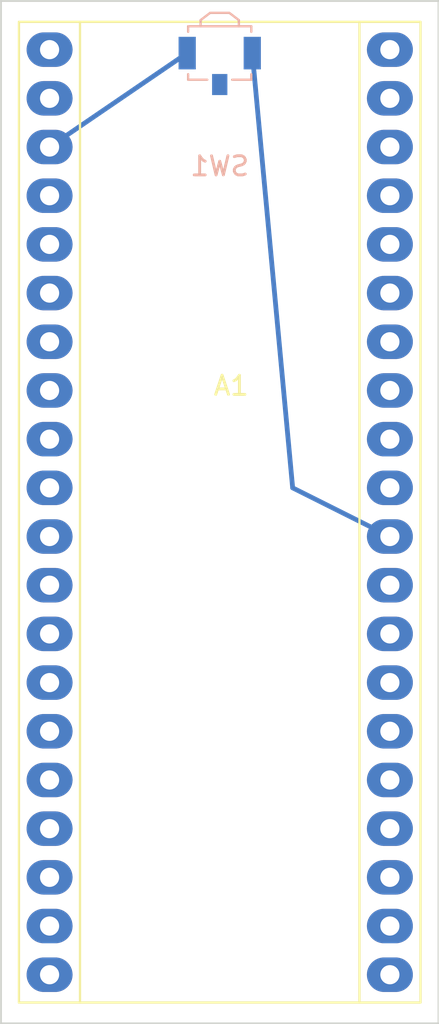
<source format=kicad_pcb>
(kicad_pcb (version 20221018) (generator pcbnew)
  (layers (0 "F.Cu" signal) (31 "B.Cu" signal) (34 "B.Paste" user) (35 "F.Paste" user) (36 "B.SilkS" user "B.Silkscreen") (37 "F.SilkS" user "F.Silkscreen") (38 "B.Mask" user) (39 "F.Mask" user) (44 "Edge.Cuts" user))
  (net 0 "")
  (net 3 "Net-(A1-GND-Pad3)")
  (net 30 "Net-(A1-RUN)")
  (footprint "PCM_SL_Development_Boards:raspberry_pi_pico_THT" (layer "F.Cu") (at 111.76 81.28)
    (fp_text reference locked "A1" (at 9.49 17.53 180) (layer "F.SilkS"))
    (fp_text value locked "Raspberry_Pi_Pico_THT")
    (fp_line (start -1.6 49.71) (end 19.379999 49.71) (stroke (width 0.12)) (layer "F.SilkS"))
    (fp_line (start -1.599999 -1.45) (end -1.6 49.71) (stroke (width 0.12)) (layer "F.SilkS"))
    (fp_line (start 1.59 -1.42) (end 1.59 49.68) (stroke (width 0.12)) (layer "F.SilkS"))
    (fp_line (start 5.393334 -1.45) (end -1.599999 -1.45) (stroke (width 0.12)) (layer "F.SilkS"))
    (fp_line (start 16.19 -1.42) (end 16.19 49.63) (stroke (width 0.12)) (layer "F.SilkS"))
    (fp_line (start 19.379999 49.71) (end 19.38 -1.45) (stroke (width 0.12)) (layer "F.SilkS"))
    (fp_line (start 19.38 -1.45) (end 5.393334 -1.45) (stroke (width 0.12)) (layer "F.SilkS"))
    (pad "1" thru_hole oval (at 0 0 270) (size 1.8 2.4) (drill 1) (layers "*.Cu" "*.Mask"))
    (pad "2" thru_hole oval (at 0 2.54 270) (size 1.8 2.4) (drill 1) (layers "*.Cu" "*.Mask"))
    (pad "3" thru_hole oval (at 0 5.08 270) (size 1.8 2.4) (drill 1) (layers "*.Cu" "*.Mask") (net 3 "Net-(A1-GND-Pad3)"))
    (pad "4" thru_hole oval (at 0 7.62 270) (size 1.8 2.4) (drill 1) (layers "*.Cu" "*.Mask"))
    (pad "5" thru_hole oval (at 0 10.16 270) (size 1.8 2.4) (drill 1) (layers "*.Cu" "*.Mask"))
    (pad "6" thru_hole oval (at 0 12.7 270) (size 1.8 2.4) (drill 1) (layers "*.Cu" "*.Mask"))
    (pad "7" thru_hole oval (at 0 15.24 270) (size 1.8 2.4) (drill 1) (layers "*.Cu" "*.Mask"))
    (pad "8" thru_hole oval (at 0 17.78 270) (size 1.8 2.4) (drill 1) (layers "*.Cu" "*.Mask"))
    (pad "9" thru_hole oval (at 0 20.32 270) (size 1.8 2.4) (drill 1) (layers "*.Cu" "*.Mask"))
    (pad "10" thru_hole oval (at 0 22.86 270) (size 1.8 2.4) (drill 1) (layers "*.Cu" "*.Mask"))
    (pad "11" thru_hole oval (at 0 25.4 270) (size 1.8 2.4) (drill 1) (layers "*.Cu" "*.Mask"))
    (pad "12" thru_hole oval (at 0 27.94 270) (size 1.8 2.4) (drill 1) (layers "*.Cu" "*.Mask"))
    (pad "13" thru_hole oval (at 0 30.48 270) (size 1.8 2.4) (drill 1) (layers "*.Cu" "*.Mask"))
    (pad "14" thru_hole oval (at 0 33.02 270) (size 1.8 2.4) (drill 1) (layers "*.Cu" "*.Mask"))
    (pad "15" thru_hole oval (at 0 35.56 270) (size 1.8 2.4) (drill 1) (layers "*.Cu" "*.Mask"))
    (pad "16" thru_hole oval (at 0 38.1 270) (size 1.8 2.4) (drill 1) (layers "*.Cu" "*.Mask"))
    (pad "17" thru_hole oval (at 0 40.64 270) (size 1.8 2.4) (drill 1) (layers "*.Cu" "*.Mask"))
    (pad "18" thru_hole oval (at 0 43.18 270) (size 1.8 2.4) (drill 1) (layers "*.Cu" "*.Mask"))
    (pad "19" thru_hole oval (at 0 45.72 270) (size 1.8 2.4) (drill 1) (layers "*.Cu" "*.Mask"))
    (pad "20" thru_hole oval (at 0 48.26 270) (size 1.8 2.4) (drill 1) (layers "*.Cu" "*.Mask"))
    (pad "21" thru_hole oval (at 17.78 48.26 270) (size 1.8 2.4) (drill 1) (layers "*.Cu" "*.Mask"))
    (pad "22" thru_hole oval (at 17.78 45.72 270) (size 1.8 2.4) (drill 1) (layers "*.Cu" "*.Mask"))
    (pad "23" thru_hole oval (at 17.78 43.18 270) (size 1.8 2.4) (drill 1) (layers "*.Cu" "*.Mask"))
    (pad "24" thru_hole oval (at 17.78 40.64 270) (size 1.8 2.4) (drill 1) (layers "*.Cu" "*.Mask"))
    (pad "25" thru_hole oval (at 17.78 38.1 270) (size 1.8 2.4) (drill 1) (layers "*.Cu" "*.Mask"))
    (pad "26" thru_hole oval (at 17.78 35.56 270) (size 1.8 2.4) (drill 1) (layers "*.Cu" "*.Mask"))
    (pad "27" thru_hole oval (at 17.78 33.02 270) (size 1.8 2.4) (drill 1) (layers "*.Cu" "*.Mask"))
    (pad "28" thru_hole oval (at 17.78 30.48 270) (size 1.8 2.4) (drill 1) (layers "*.Cu" "*.Mask"))
    (pad "29" thru_hole oval (at 17.78 27.94 270) (size 1.8 2.4) (drill 1) (layers "*.Cu" "*.Mask"))
    (pad "30" thru_hole oval (at 17.78 25.4 270) (size 1.8 2.4) (drill 1) (layers "*.Cu" "*.Mask") (net 30 "Net-(A1-RUN)"))
    (pad "31" thru_hole oval (at 17.78 22.86 270) (size 1.8 2.4) (drill 1) (layers "*.Cu" "*.Mask"))
    (pad "32" thru_hole oval (at 17.78 20.32 270) (size 1.8 2.4) (drill 1) (layers "*.Cu" "*.Mask"))
    (pad "33" thru_hole oval (at 17.78 17.78 270) (size 1.8 2.4) (drill 1) (layers "*.Cu" "*.Mask"))
    (pad "34" thru_hole oval (at 17.78 15.24 270) (size 1.8 2.4) (drill 1) (layers "*.Cu" "*.Mask"))
    (pad "35" thru_hole oval (at 17.78 12.7 270) (size 1.8 2.4) (drill 1) (layers "*.Cu" "*.Mask"))
    (pad "36" thru_hole oval (at 17.78 10.16 270) (size 1.8 2.4) (drill 1) (layers "*.Cu" "*.Mask"))
    (pad "37" thru_hole oval (at 17.78 7.62 270) (size 1.8 2.4) (drill 1) (layers "*.Cu" "*.Mask"))
    (pad "38" thru_hole oval (at 17.78 5.08 270) (size 1.8 2.4) (drill 1) (layers "*.Cu" "*.Mask"))
    (pad "39" thru_hole oval (at 17.78 2.54 270) (size 1.8 2.4) (drill 1) (layers "*.Cu" "*.Mask"))
    (pad "40" thru_hole oval (at 17.78 0 270) (size 1.8 2.4) (drill 1) (layers "*.Cu" "*.Mask"))
  )
  (footprint "Button_Switch_SMD:SW_SPST_B3U-3100P" (layer "B.Cu") (at 120.65 82.28 180)
    (fp_text reference "SW1" (at 0 -5.08) (layer "B.SilkS") (effects (justify mirror)))
    (fp_text value "Push_Button")
    (fp_line (start -1.65 -0.57) (end -0.65 -0.57) (stroke (width 0.12)) (layer "B.SilkS"))
    (fp_line (start -1.65 -0.28) (end -1.65 -0.57) (stroke (width 0.12)) (layer "B.SilkS"))
    (fp_line (start -1.65 1.93) (end -1.65 2.22) (stroke (width 0.12)) (layer "B.SilkS"))
    (fp_line (start -1.65 2.22) (end 1.65 2.22) (stroke (width 0.12)) (layer "B.SilkS"))
    (fp_line (start -1 2.54) (end -1 2.22) (stroke (width 0.12)) (layer "B.SilkS"))
    (fp_line (start -0.5 2.92) (end -1 2.54) (stroke (width 0.12)) (layer "B.SilkS"))
    (fp_line (start -0.5 2.92) (end 0.5 2.92) (stroke (width 0.12)) (layer "B.SilkS"))
    (fp_line (start 0.5 2.92) (end 1 2.54) (stroke (width 0.12)) (layer "B.SilkS"))
    (fp_line (start 1 2.54) (end 1 2.22) (stroke (width 0.12)) (layer "B.SilkS"))
    (fp_line (start 1.65 -0.57) (end 0.65 -0.57) (stroke (width 0.12)) (layer "B.SilkS"))
    (fp_line (start 1.65 -0.57) (end 1.65 -0.28) (stroke (width 0.12)) (layer "B.SilkS"))
    (fp_line (start 1.65 2.22) (end 1.65 1.93) (stroke (width 0.12)) (layer "B.SilkS"))
    (pad "1" smd rect (at -1.7 0.82 180) (size 0.9 1.7) (layers "B.Cu" "B.Paste" "B.Mask") (net 30 "Net-(A1-RUN)"))
    (pad "2" smd rect (at 1.7 0.82 180) (size 0.9 1.7) (layers "B.Cu" "B.Paste" "B.Mask") (net 3 "Net-(A1-GND-Pad3)"))
    (pad "3" smd rect (at 0 -0.82 180) (size 0.8 1.1) (layers "B.Cu" "B.Paste" "B.Mask"))
  )
  (gr_line (start 132.08 132.08) (end 109.22 132.08) (stroke (width 0.1)) (layer "Edge.Cuts"))
  (gr_line (start 109.22 132.08) (end 109.22 78.74) (stroke (width 0.1)) (layer "Edge.Cuts"))
  (gr_line (start 132.08 78.74) (end 132.08 132.08) (stroke (width 0.1)) (layer "Edge.Cuts"))
  (gr_line (start 109.22 78.74) (end 132.08 78.74) (stroke (width 0.1)) (layer "Edge.Cuts"))
  (segment (start 118.95 81.46) (end 111.76 86.36) (width 0.25) (layer "B.Cu") (net 3))
  (segment (start 118.95 81.46) (end 118.95 81.71) (width 0.25) (layer "B.Cu") (net 3))
  (segment (start 124.46 104.14) (end 129.54 106.68) (width 0.25) (layer "B.Cu") (net 30))
  (segment (start 122.35 81.46) (end 124.46 104.14) (width 0.25) (layer "B.Cu") (net 30))
)
</source>
